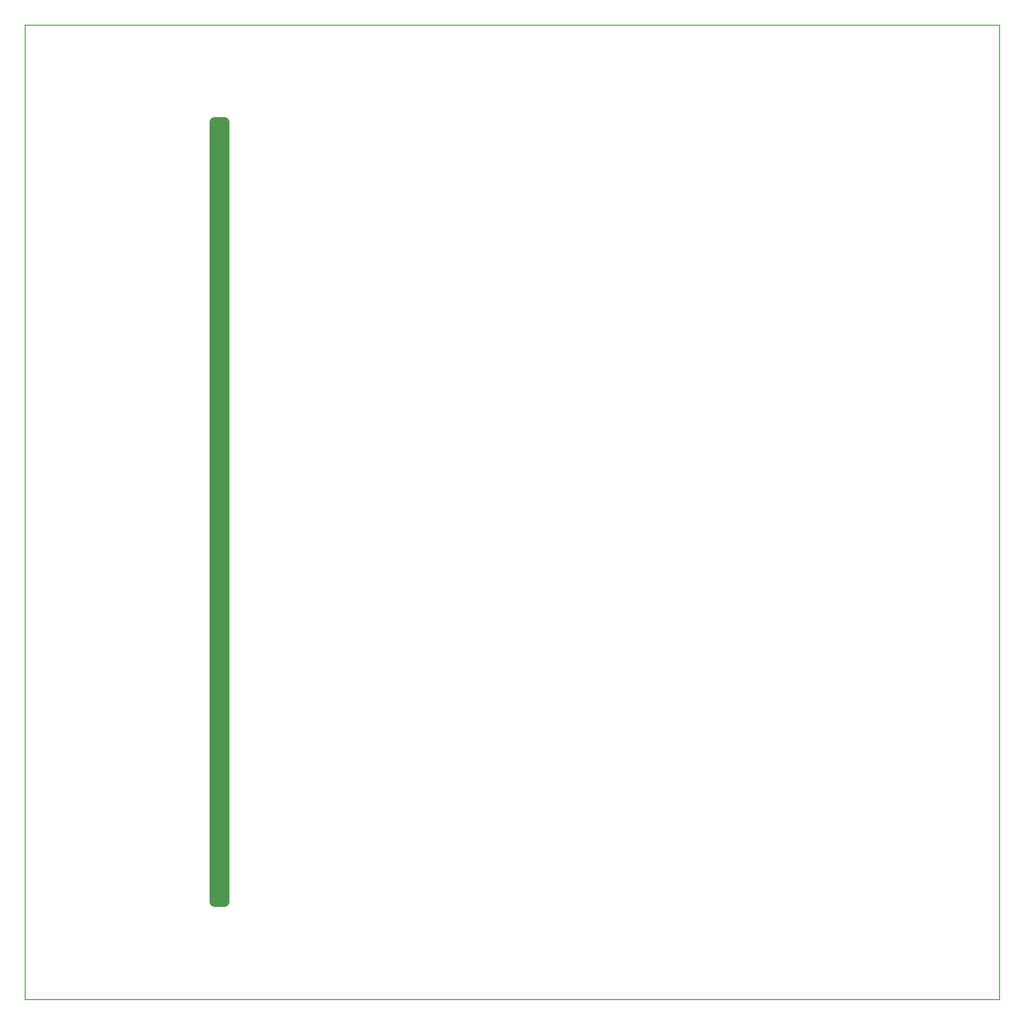
<source format=gbr>
%TF.GenerationSoftware,KiCad,Pcbnew,(5.1.5)-3*%
%TF.CreationDate,2020-03-17T21:32:34+01:00*%
%TF.ProjectId,KicadJE-EuroPowerSupply2-PCB,4b696361-644a-4452-9d45-75726f506f77,Rev A*%
%TF.SameCoordinates,Original*%
%TF.FileFunction,Profile,NP*%
%FSLAX46Y46*%
G04 Gerber Fmt 4.6, Leading zero omitted, Abs format (unit mm)*
G04 Created by KiCad (PCBNEW (5.1.5)-3) date 2020-03-17 21:32:34*
%MOMM*%
%LPD*%
G04 APERTURE LIST*
%ADD10C,1.000000*%
%ADD11C,0.050000*%
G04 APERTURE END LIST*
D10*
X69500000Y-60000000D02*
X70500000Y-60000000D01*
X69500000Y-140000000D02*
X70500000Y-140000000D01*
X70500000Y-60000000D02*
X70500000Y-140000000D01*
X69500000Y-60000000D02*
X69500000Y-140000000D01*
D11*
X50000000Y-150000000D02*
X50000000Y-50000000D01*
X150000000Y-150000000D02*
X50000000Y-150000000D01*
X150000000Y-50000000D02*
X150000000Y-150000000D01*
X50000000Y-50000000D02*
X150000000Y-50000000D01*
M02*

</source>
